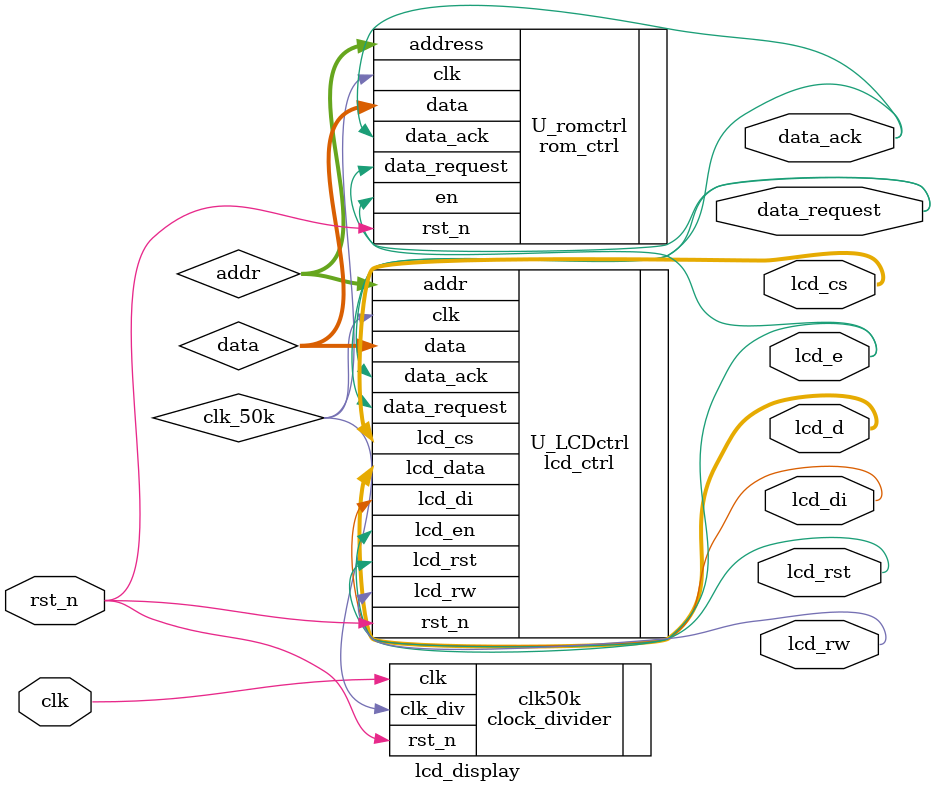
<source format=v>
`timescale 1ns / 1ps
module lcd_display(
  clk, // system clock
  rst_n, // active low reset
  data_request,
  data_ack,
  lcd_rst, // LCD reset
  lcd_cs, // LCD frame selection
  lcd_rw, // LCD read/write control
  lcd_di, // LCD data/instruction
  lcd_d, // LCD data
  lcd_e // LCD enable
);

input clk; 
input rst_n; 
output lcd_rst; 
output [1:0] lcd_cs; 
output lcd_rw; 
output lcd_di; 
output [7:0] lcd_d;
output lcd_e; 

wire clk_50k; 
output data_ack; 
wire [7:0] data;
wire [6:0] addr; 

output data_request; 

lcd_ctrl U_LCDctrl(
  .clk(clk_50k), 
  .rst_n(rst_n), 
  .data_ack(data_ack), 
  .data(data), 
  .lcd_di(lcd_di), 
  .lcd_rw(lcd_rw), 
  .lcd_en(lcd_e), 
  .lcd_rst(lcd_rst), 
  .lcd_cs(lcd_cs), 
  .lcd_data(lcd_d), 
  .addr(addr), 
  .data_request(data_request) 
);

rom_ctrl U_romctrl(
  .clk(clk_50k), 
  .rst_n(rst_n), 
  .en(lcd_e),
  .data_request(data_request), 
  .address(addr), 
  .data_ack(data_ack), 
  .data(data) 
);

clock_divider #(
    .half_cycle(400),
    .counter_width(9)
  ) clk50k (
    .rst_n(rst_n),
    .clk(clk),
    .clk_div(clk_50k)
  );

endmodule

</source>
